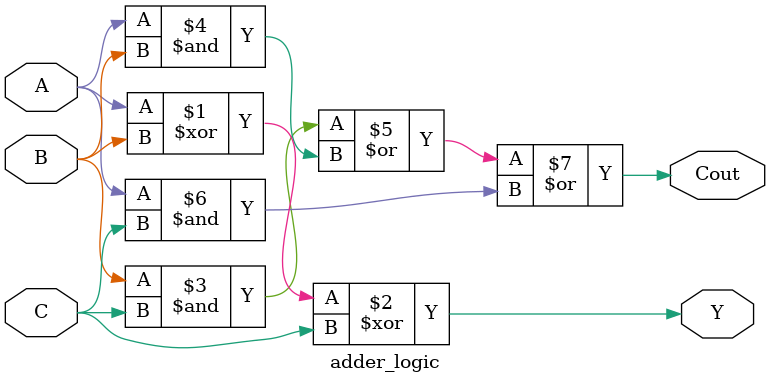
<source format=v>

module adder_logic(
input A,
input B,
input C,

output Y,
output Cout
);
// Simplified: A ^ B ^ C
// Kmap derivation:  (~A & ~B & C) | (~A & B & ~C) | (A & B & C) | (A & ~B & ~C)
assign Y = A ^ B ^ C;
// Simplified: (A | B) & C
// Kmap derivation: (B & C) | (A & B) | (A & C) 
assign Cout = (B & C) | (A & B) | (A & C);


endmodule


</source>
